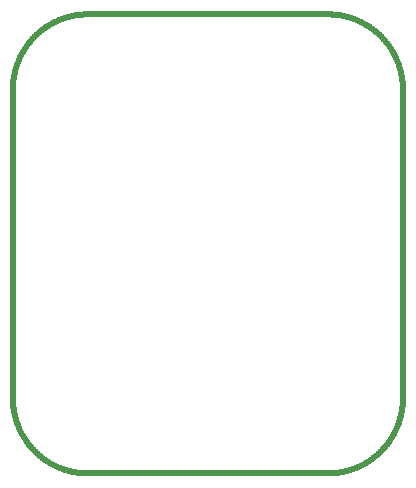
<source format=gbr>
G04 ( created by brdgerber.py ( brdgerber.py v0.1 2014-03-12 ) ) date 2020-11-07 22:23:13 EST*
G04 Gerber Fmt 3.4, Leading zero omitted, Abs format*
%MOIN*%
%FSLAX34Y34*%
G01*
G70*
G90*
G04 APERTURE LIST*
%ADD18C,0.1500*%
%ADD10C,0.0000*%
%ADD19R,0.0629X0.0709*%
%ADD16C,0.0120*%
%ADD14R,0.0550X0.0550*%
%ADD13C,0.0050*%
%ADD12C,0.0020*%
%ADD17R,0.0275X0.0472*%
%ADD11C,0.0060*%
%ADD15C,0.0550*%
%ADD20C,0.0200*%
%ADD21R,0.0709X0.0629*%
G04 APERTURE END LIST*
G54D18*
D20*
G01X19500Y07050D02*
G01X19500Y-03250D01*
D20*
G01X09000Y09550D02*
G01X09000Y09550D01*
G01X08969Y09550D01*
G01X08939Y09549D01*
G01X08908Y09548D01*
G01X08877Y09547D01*
G01X08847Y09545D01*
G01X08816Y09543D01*
G01X08786Y09541D01*
G01X08755Y09538D01*
G01X08724Y09535D01*
G01X08694Y09531D01*
G01X08664Y09527D01*
G01X08633Y09523D01*
G01X08603Y09518D01*
G01X08573Y09513D01*
G01X08542Y09508D01*
G01X08512Y09502D01*
G01X08482Y09496D01*
G01X08452Y09489D01*
G01X08422Y09482D01*
G01X08393Y09475D01*
G01X08363Y09467D01*
G01X08333Y09459D01*
G01X08304Y09451D01*
G01X08274Y09442D01*
G01X08245Y09433D01*
G01X08216Y09424D01*
G01X08187Y09414D01*
G01X08158Y09404D01*
G01X08129Y09393D01*
G01X08100Y09382D01*
G01X08072Y09371D01*
G01X08043Y09360D01*
G01X08015Y09348D01*
G01X07987Y09336D01*
G01X07959Y09323D01*
G01X07931Y09310D01*
G01X07903Y09297D01*
G01X07876Y09283D01*
G01X07849Y09269D01*
G01X07822Y09255D01*
G01X07795Y09240D01*
G01X07768Y09225D01*
G01X07741Y09210D01*
G01X07715Y09194D01*
G01X07689Y09178D01*
G01X07663Y09162D01*
G01X07637Y09146D01*
G01X07611Y09129D01*
G01X07586Y09111D01*
G01X07560Y09094D01*
G01X07536Y09076D01*
G01X07511Y09058D01*
G01X07486Y09040D01*
G01X07462Y09021D01*
G01X07438Y09002D01*
G01X07414Y08983D01*
G01X07390Y08963D01*
G01X07367Y08943D01*
G01X07344Y08923D01*
G01X07321Y08902D01*
G01X07298Y08882D01*
G01X07276Y08861D01*
G01X07254Y08839D01*
G01X07232Y08818D01*
G01X07211Y08796D01*
G01X07189Y08774D01*
G01X07168Y08752D01*
G01X07148Y08729D01*
G01X07127Y08706D01*
G01X07107Y08683D01*
G01X07087Y08660D01*
G01X07067Y08636D01*
G01X07048Y08612D01*
G01X07029Y08588D01*
G01X07010Y08564D01*
G01X06992Y08539D01*
G01X06974Y08514D01*
G01X06956Y08490D01*
G01X06939Y08464D01*
G01X06921Y08439D01*
G01X06904Y08413D01*
G01X06888Y08387D01*
G01X06872Y08361D01*
G01X06856Y08335D01*
G01X06840Y08309D01*
G01X06825Y08282D01*
G01X06810Y08255D01*
G01X06795Y08228D01*
G01X06781Y08201D01*
G01X06767Y08174D01*
G01X06753Y08147D01*
G01X06740Y08119D01*
G01X06727Y08091D01*
G01X06714Y08063D01*
G01X06702Y08035D01*
G01X06690Y08007D01*
G01X06679Y07978D01*
G01X06668Y07950D01*
G01X06657Y07921D01*
G01X06646Y07892D01*
G01X06636Y07863D01*
G01X06626Y07834D01*
G01X06617Y07805D01*
G01X06608Y07776D01*
G01X06599Y07746D01*
G01X06591Y07717D01*
G01X06583Y07687D01*
G01X06575Y07657D01*
G01X06568Y07628D01*
G01X06561Y07598D01*
G01X06554Y07568D01*
G01X06548Y07538D01*
G01X06542Y07508D01*
G01X06537Y07477D01*
G01X06532Y07447D01*
G01X06527Y07417D01*
G01X06523Y07386D01*
G01X06519Y07356D01*
G01X06515Y07326D01*
G01X06512Y07295D01*
G01X06509Y07264D01*
G01X06507Y07234D01*
G01X06505Y07203D01*
G01X06503Y07173D01*
G01X06502Y07142D01*
G01X06501Y07111D01*
G01X06500Y07081D01*
G01X06500Y07050D01*
D20*
G01X17000Y-05750D02*
G01X17000Y-05750D01*
G01X17031Y-05750D01*
G01X17061Y-05749D01*
G01X17092Y-05748D01*
G01X17123Y-05747D01*
G01X17153Y-05745D01*
G01X17184Y-05743D01*
G01X17214Y-05741D01*
G01X17245Y-05738D01*
G01X17276Y-05735D01*
G01X17306Y-05731D01*
G01X17336Y-05727D01*
G01X17367Y-05723D01*
G01X17397Y-05718D01*
G01X17427Y-05713D01*
G01X17458Y-05708D01*
G01X17488Y-05702D01*
G01X17518Y-05696D01*
G01X17548Y-05689D01*
G01X17578Y-05682D01*
G01X17607Y-05675D01*
G01X17637Y-05667D01*
G01X17667Y-05659D01*
G01X17696Y-05651D01*
G01X17726Y-05642D01*
G01X17755Y-05633D01*
G01X17784Y-05624D01*
G01X17813Y-05614D01*
G01X17842Y-05604D01*
G01X17871Y-05593D01*
G01X17900Y-05582D01*
G01X17928Y-05571D01*
G01X17957Y-05560D01*
G01X17985Y-05548D01*
G01X18013Y-05536D01*
G01X18041Y-05523D01*
G01X18069Y-05510D01*
G01X18097Y-05497D01*
G01X18124Y-05483D01*
G01X18151Y-05469D01*
G01X18178Y-05455D01*
G01X18205Y-05440D01*
G01X18232Y-05425D01*
G01X18259Y-05410D01*
G01X18285Y-05394D01*
G01X18311Y-05378D01*
G01X18337Y-05362D01*
G01X18363Y-05346D01*
G01X18389Y-05329D01*
G01X18414Y-05311D01*
G01X18440Y-05294D01*
G01X18464Y-05276D01*
G01X18489Y-05258D01*
G01X18514Y-05240D01*
G01X18538Y-05221D01*
G01X18562Y-05202D01*
G01X18586Y-05183D01*
G01X18610Y-05163D01*
G01X18633Y-05143D01*
G01X18656Y-05123D01*
G01X18679Y-05102D01*
G01X18702Y-05082D01*
G01X18724Y-05061D01*
G01X18746Y-05039D01*
G01X18768Y-05018D01*
G01X18789Y-04996D01*
G01X18811Y-04974D01*
G01X18832Y-04952D01*
G01X18852Y-04929D01*
G01X18873Y-04906D01*
G01X18893Y-04883D01*
G01X18913Y-04860D01*
G01X18933Y-04836D01*
G01X18952Y-04812D01*
G01X18971Y-04788D01*
G01X18990Y-04764D01*
G01X19008Y-04739D01*
G01X19026Y-04714D01*
G01X19044Y-04690D01*
G01X19061Y-04664D01*
G01X19079Y-04639D01*
G01X19096Y-04613D01*
G01X19112Y-04587D01*
G01X19128Y-04561D01*
G01X19144Y-04535D01*
G01X19160Y-04509D01*
G01X19175Y-04482D01*
G01X19190Y-04455D01*
G01X19205Y-04428D01*
G01X19219Y-04401D01*
G01X19233Y-04374D01*
G01X19247Y-04347D01*
G01X19260Y-04319D01*
G01X19273Y-04291D01*
G01X19286Y-04263D01*
G01X19298Y-04235D01*
G01X19310Y-04207D01*
G01X19321Y-04178D01*
G01X19332Y-04150D01*
G01X19343Y-04121D01*
G01X19354Y-04092D01*
G01X19364Y-04063D01*
G01X19374Y-04034D01*
G01X19383Y-04005D01*
G01X19392Y-03976D01*
G01X19401Y-03946D01*
G01X19409Y-03917D01*
G01X19417Y-03887D01*
G01X19425Y-03857D01*
G01X19432Y-03828D01*
G01X19439Y-03798D01*
G01X19446Y-03768D01*
G01X19452Y-03738D01*
G01X19458Y-03708D01*
G01X19463Y-03677D01*
G01X19468Y-03647D01*
G01X19473Y-03617D01*
G01X19477Y-03586D01*
G01X19481Y-03556D01*
G01X19485Y-03526D01*
G01X19488Y-03495D01*
G01X19491Y-03464D01*
G01X19493Y-03434D01*
G01X19495Y-03403D01*
G01X19497Y-03373D01*
G01X19498Y-03342D01*
G01X19499Y-03311D01*
G01X19500Y-03281D01*
G01X19500Y-03250D01*
D20*
G01X19500Y07050D02*
G01X19500Y07050D01*
G01X19500Y07081D01*
G01X19499Y07111D01*
G01X19498Y07142D01*
G01X19497Y07173D01*
G01X19495Y07203D01*
G01X19493Y07234D01*
G01X19491Y07264D01*
G01X19488Y07295D01*
G01X19485Y07326D01*
G01X19481Y07356D01*
G01X19477Y07386D01*
G01X19473Y07417D01*
G01X19468Y07447D01*
G01X19463Y07477D01*
G01X19458Y07508D01*
G01X19452Y07538D01*
G01X19446Y07568D01*
G01X19439Y07598D01*
G01X19432Y07628D01*
G01X19425Y07657D01*
G01X19417Y07687D01*
G01X19409Y07717D01*
G01X19401Y07746D01*
G01X19392Y07776D01*
G01X19383Y07805D01*
G01X19374Y07834D01*
G01X19364Y07863D01*
G01X19354Y07892D01*
G01X19343Y07921D01*
G01X19332Y07950D01*
G01X19321Y07978D01*
G01X19310Y08007D01*
G01X19298Y08035D01*
G01X19286Y08063D01*
G01X19273Y08091D01*
G01X19260Y08119D01*
G01X19247Y08147D01*
G01X19233Y08174D01*
G01X19219Y08201D01*
G01X19205Y08228D01*
G01X19190Y08255D01*
G01X19175Y08282D01*
G01X19160Y08309D01*
G01X19144Y08335D01*
G01X19128Y08361D01*
G01X19112Y08387D01*
G01X19096Y08413D01*
G01X19079Y08439D01*
G01X19061Y08464D01*
G01X19044Y08490D01*
G01X19026Y08514D01*
G01X19008Y08539D01*
G01X18990Y08564D01*
G01X18971Y08588D01*
G01X18952Y08612D01*
G01X18933Y08636D01*
G01X18913Y08660D01*
G01X18893Y08683D01*
G01X18873Y08706D01*
G01X18852Y08729D01*
G01X18832Y08752D01*
G01X18811Y08774D01*
G01X18789Y08796D01*
G01X18768Y08818D01*
G01X18746Y08839D01*
G01X18724Y08861D01*
G01X18702Y08882D01*
G01X18679Y08902D01*
G01X18656Y08923D01*
G01X18633Y08943D01*
G01X18610Y08963D01*
G01X18586Y08983D01*
G01X18562Y09002D01*
G01X18538Y09021D01*
G01X18514Y09040D01*
G01X18489Y09058D01*
G01X18464Y09076D01*
G01X18440Y09094D01*
G01X18414Y09111D01*
G01X18389Y09129D01*
G01X18363Y09146D01*
G01X18337Y09162D01*
G01X18311Y09178D01*
G01X18285Y09194D01*
G01X18259Y09210D01*
G01X18232Y09225D01*
G01X18205Y09240D01*
G01X18178Y09255D01*
G01X18151Y09269D01*
G01X18124Y09283D01*
G01X18097Y09297D01*
G01X18069Y09310D01*
G01X18041Y09323D01*
G01X18013Y09336D01*
G01X17985Y09348D01*
G01X17957Y09360D01*
G01X17928Y09371D01*
G01X17900Y09382D01*
G01X17871Y09393D01*
G01X17842Y09404D01*
G01X17813Y09414D01*
G01X17784Y09424D01*
G01X17755Y09433D01*
G01X17726Y09442D01*
G01X17696Y09451D01*
G01X17667Y09459D01*
G01X17637Y09467D01*
G01X17607Y09475D01*
G01X17578Y09482D01*
G01X17548Y09489D01*
G01X17518Y09496D01*
G01X17488Y09502D01*
G01X17458Y09508D01*
G01X17427Y09513D01*
G01X17397Y09518D01*
G01X17367Y09523D01*
G01X17336Y09527D01*
G01X17306Y09531D01*
G01X17276Y09535D01*
G01X17245Y09538D01*
G01X17214Y09541D01*
G01X17184Y09543D01*
G01X17153Y09545D01*
G01X17123Y09547D01*
G01X17092Y09548D01*
G01X17061Y09549D01*
G01X17031Y09550D01*
G01X17000Y09550D01*
D20*
G01X06500Y-03250D02*
G01X06500Y-03250D01*
G01X06500Y-03281D01*
G01X06501Y-03311D01*
G01X06502Y-03342D01*
G01X06503Y-03373D01*
G01X06505Y-03403D01*
G01X06507Y-03434D01*
G01X06509Y-03464D01*
G01X06512Y-03495D01*
G01X06515Y-03526D01*
G01X06519Y-03556D01*
G01X06523Y-03586D01*
G01X06527Y-03617D01*
G01X06532Y-03647D01*
G01X06537Y-03677D01*
G01X06542Y-03708D01*
G01X06548Y-03738D01*
G01X06554Y-03768D01*
G01X06561Y-03798D01*
G01X06568Y-03828D01*
G01X06575Y-03857D01*
G01X06583Y-03887D01*
G01X06591Y-03917D01*
G01X06599Y-03946D01*
G01X06608Y-03976D01*
G01X06617Y-04005D01*
G01X06626Y-04034D01*
G01X06636Y-04063D01*
G01X06646Y-04092D01*
G01X06657Y-04121D01*
G01X06668Y-04150D01*
G01X06679Y-04178D01*
G01X06690Y-04207D01*
G01X06702Y-04235D01*
G01X06714Y-04263D01*
G01X06727Y-04291D01*
G01X06740Y-04319D01*
G01X06753Y-04347D01*
G01X06767Y-04374D01*
G01X06781Y-04401D01*
G01X06795Y-04428D01*
G01X06810Y-04455D01*
G01X06825Y-04482D01*
G01X06840Y-04509D01*
G01X06856Y-04535D01*
G01X06872Y-04561D01*
G01X06888Y-04587D01*
G01X06904Y-04613D01*
G01X06921Y-04639D01*
G01X06939Y-04664D01*
G01X06956Y-04690D01*
G01X06974Y-04714D01*
G01X06992Y-04739D01*
G01X07010Y-04764D01*
G01X07029Y-04788D01*
G01X07048Y-04812D01*
G01X07067Y-04836D01*
G01X07087Y-04860D01*
G01X07107Y-04883D01*
G01X07127Y-04906D01*
G01X07148Y-04929D01*
G01X07168Y-04952D01*
G01X07189Y-04974D01*
G01X07211Y-04996D01*
G01X07232Y-05018D01*
G01X07254Y-05039D01*
G01X07276Y-05061D01*
G01X07298Y-05082D01*
G01X07321Y-05102D01*
G01X07344Y-05123D01*
G01X07367Y-05143D01*
G01X07390Y-05163D01*
G01X07414Y-05183D01*
G01X07438Y-05202D01*
G01X07462Y-05221D01*
G01X07486Y-05240D01*
G01X07511Y-05258D01*
G01X07536Y-05276D01*
G01X07560Y-05294D01*
G01X07586Y-05311D01*
G01X07611Y-05329D01*
G01X07637Y-05346D01*
G01X07663Y-05362D01*
G01X07689Y-05378D01*
G01X07715Y-05394D01*
G01X07741Y-05410D01*
G01X07768Y-05425D01*
G01X07795Y-05440D01*
G01X07822Y-05455D01*
G01X07849Y-05469D01*
G01X07876Y-05483D01*
G01X07903Y-05497D01*
G01X07931Y-05510D01*
G01X07959Y-05523D01*
G01X07987Y-05536D01*
G01X08015Y-05548D01*
G01X08043Y-05560D01*
G01X08072Y-05571D01*
G01X08100Y-05582D01*
G01X08129Y-05593D01*
G01X08158Y-05604D01*
G01X08187Y-05614D01*
G01X08216Y-05624D01*
G01X08245Y-05633D01*
G01X08274Y-05642D01*
G01X08304Y-05651D01*
G01X08333Y-05659D01*
G01X08363Y-05667D01*
G01X08393Y-05675D01*
G01X08422Y-05682D01*
G01X08452Y-05689D01*
G01X08482Y-05696D01*
G01X08512Y-05702D01*
G01X08542Y-05708D01*
G01X08573Y-05713D01*
G01X08603Y-05718D01*
G01X08633Y-05723D01*
G01X08664Y-05727D01*
G01X08694Y-05731D01*
G01X08724Y-05735D01*
G01X08755Y-05738D01*
G01X08786Y-05741D01*
G01X08816Y-05743D01*
G01X08847Y-05745D01*
G01X08877Y-05747D01*
G01X08908Y-05748D01*
G01X08939Y-05749D01*
G01X08969Y-05750D01*
G01X09000Y-05750D01*
D20*
G01X09000Y09550D02*
G01X17000Y09550D01*
D20*
G01X06500Y07050D02*
G01X06500Y-03250D01*
D20*
G01X09000Y-05750D02*
G01X17000Y-05750D01*
M02*

</source>
